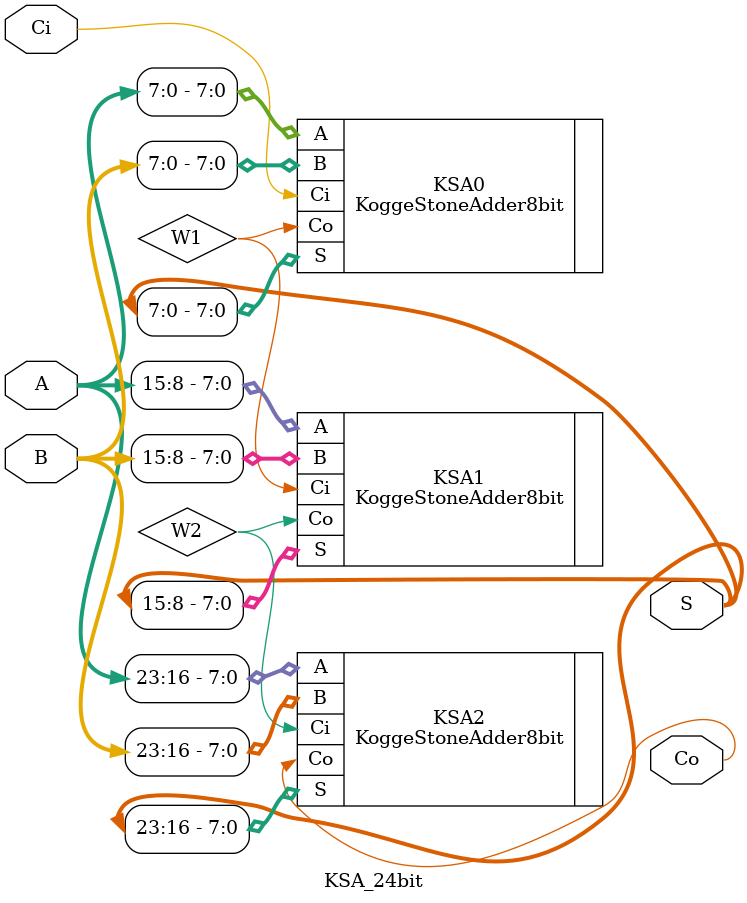
<source format=v>
`timescale 1ns / 1ns
module KSA_24bit(Ci, A, B, S, Co);
	input Ci;						//Carry in
	input [23:0] A, B;			//Números a serem somados
	output wire [23:0] S;		//Soma
	output wire Co;				//Carry out
	
	wire W1, W2;
	//wire [23:0] WS;
	
	KoggeStoneAdder8bit KSA0(.A(A[7:0]),   .B(B[7:0]),   .Ci(Ci), .S(S[7:0]),   .Co(W1));
	KoggeStoneAdder8bit KSA1(.A(A[15:8]),  .B(B[15:8]),  .Ci(W1), .S(S[15:8]),  .Co(W2));
	KoggeStoneAdder8bit KSA2(.A(A[23:16]), .B(B[23:16]), .Ci(W2), .S(S[23:16]), .Co(Co));
	
	//Transformação de lógica sequencial para combinacional, para aumentar a velocidade. O controle será feito pelo top module.
	//always @(posedge clk) begin
		//if (rst) begin
			//S[23:0] <= 1'b0;
			//Co <= 1'b0;
		//end else begin
			//S[23:0] <= WS[23:0];
			//Co <= WCo;
		//end
	//end

endmodule

</source>
